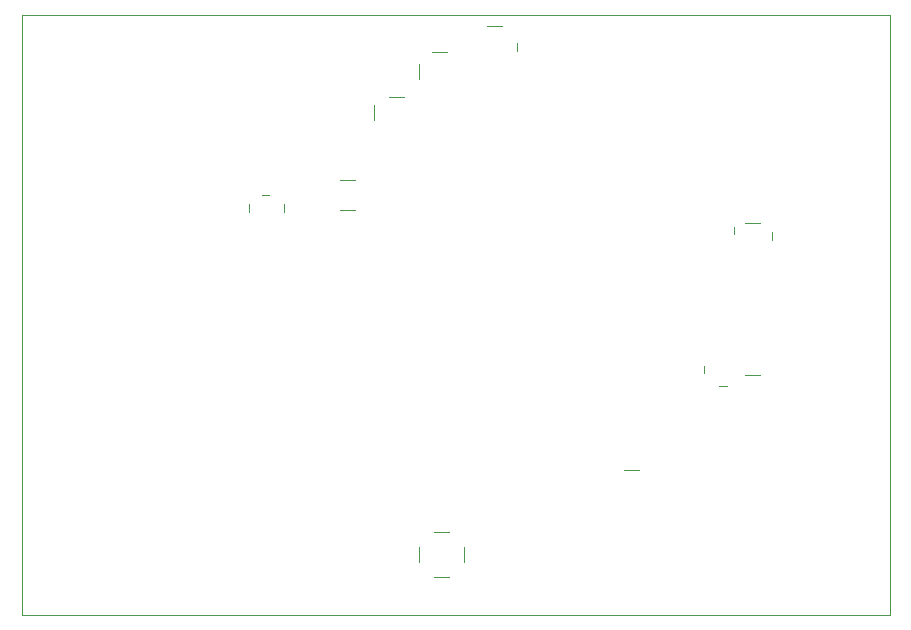
<source format=gbr>
G04 --- HEADER BEGIN --- *
%TF.GenerationSoftware,LibrePCB,LibrePCB,0.1.4*%
%TF.CreationDate,2020-06-05T20:12:49*%
%TF.ProjectId,Apple 2c VGA - default,6ee0dbe1-6aad-4263-9a0f-7c091fb3c0df,v1.4*%
%TF.Part,Single*%
%FSLAX66Y66*%
%MOMM*%
G01*
G74*
G04 --- HEADER END --- *
G04 --- APERTURE LIST BEGIN --- *
%ADD10C,0.001*%
G04 --- APERTURE LIST END --- *
G04 --- BOARD BEGIN --- *
D10*
X63500000Y31750000D02*
X63500000Y31750000D01*
X63490000Y31750000D01*
X63490000Y32385000D01*
X63500000Y32385000D01*
X63500000Y31750000D01*
X39370000Y49847500D02*
X39370000Y49847500D01*
X39370000Y49837500D01*
X40640000Y49837500D01*
X40640000Y49847500D01*
X39370000Y49847500D01*
X29845000Y43180000D02*
X29845000Y41910000D01*
X29835000Y41910000D01*
X29835000Y43180000D01*
X29845000Y43180000D01*
X28257500Y36830000D02*
X28257500Y36830000D01*
X28257500Y36840000D01*
X26987500Y36840000D01*
X26987500Y36830000D01*
X28257500Y36830000D01*
X31115000Y43815000D02*
X32385000Y43815000D01*
X32385000Y43825000D01*
X31115000Y43825000D01*
X31115000Y43815000D01*
X28257500Y34290000D02*
X28257500Y34290000D01*
X26987500Y34290000D01*
X26987500Y34300000D01*
X28257500Y34300000D01*
X28257500Y34290000D01*
X52269489Y12254809D02*
X52269489Y12254809D01*
X52269489Y12264809D01*
X50999489Y12264809D01*
X50999489Y12254809D01*
X52269489Y12254809D01*
X36036250Y47625000D02*
X36036250Y47625000D01*
X34766250Y47625000D01*
X34766250Y47635000D01*
X36036250Y47635000D01*
X36036250Y47625000D01*
X59055000Y19367500D02*
X59055000Y19367500D01*
X59055000Y19377500D01*
X59690000Y19377500D01*
X59690000Y19367500D01*
X59055000Y19367500D01*
X19208750Y34766250D02*
X19208750Y34766250D01*
X19208750Y34131250D01*
X19218750Y34131250D01*
X19218750Y34766250D01*
X19208750Y34766250D01*
X60325000Y32861250D02*
X60325000Y32861250D01*
X60325000Y32226250D01*
X60335000Y32226250D01*
X60335000Y32861250D01*
X60325000Y32861250D01*
X33655000Y45402500D02*
X33655000Y46672500D01*
X33645000Y46672500D01*
X33645000Y45402500D01*
X33655000Y45402500D01*
X22225000Y34766250D02*
X22225000Y34766250D01*
X22225000Y34131250D01*
X22235000Y34131250D01*
X22235000Y34766250D01*
X22225000Y34766250D01*
X57785000Y21113750D02*
X57785000Y21113750D01*
X57785000Y20478750D01*
X57795000Y20478750D01*
X57795000Y21113750D01*
X57785000Y21113750D01*
X37465000Y5715000D02*
X37465000Y5715000D01*
X37465000Y4445000D01*
X37475000Y4445000D01*
X37475000Y5715000D01*
X37465000Y5715000D01*
X0Y0D02*
X0Y0D01*
X73500000Y0D01*
X73500000Y50800000D01*
X0Y50800000D01*
X0Y0D01*
X33655000Y4445000D02*
X33655000Y4445000D01*
X33665000Y4445000D01*
X33665000Y5715000D01*
X33655000Y5715000D01*
X33655000Y4445000D01*
X20320000Y35560000D02*
X20320000Y35560000D01*
X20320000Y35570000D01*
X20955000Y35570000D01*
X20955000Y35560000D01*
X20320000Y35560000D01*
X62547500Y20320000D02*
X62547500Y20320000D01*
X61277500Y20320000D01*
X61277500Y20330000D01*
X62547500Y20330000D01*
X62547500Y20320000D01*
X62547500Y33178750D02*
X62547500Y33178750D01*
X62547500Y33188750D01*
X61277500Y33188750D01*
X61277500Y33178750D01*
X62547500Y33178750D01*
X41910000Y47783750D02*
X41910000Y47783750D01*
X41900000Y47783750D01*
X41900000Y48418750D01*
X41910000Y48418750D01*
X41910000Y47783750D01*
X34925000Y3175000D02*
X34925000Y3175000D01*
X36195000Y3175000D01*
X36195000Y3185000D01*
X34925000Y3185000D01*
X34925000Y3175000D01*
X34925000Y6985000D02*
X34925000Y6985000D01*
X36195000Y6985000D01*
X36195000Y6995000D01*
X34925000Y6995000D01*
X34925000Y6985000D01*
G04 --- BOARD END --- *
%TF.MD5,c99505e8d2724447059917b40259bf39*%
M02*

</source>
